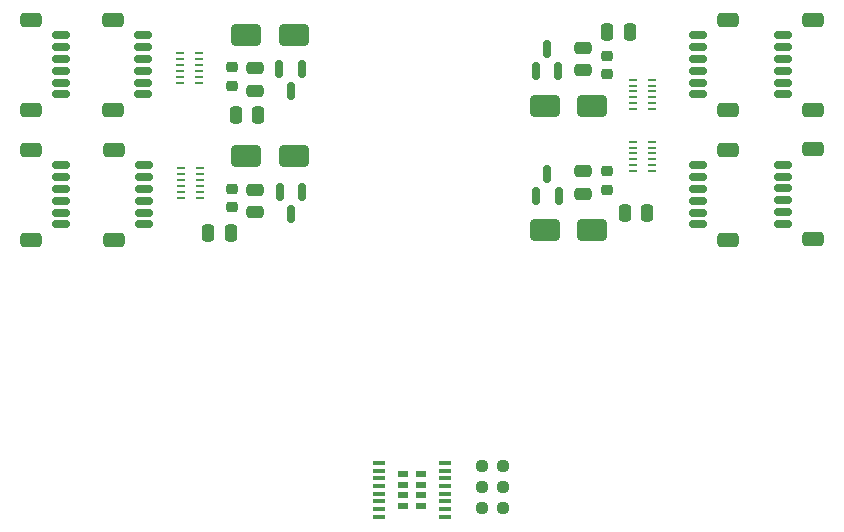
<source format=gbr>
%TF.GenerationSoftware,KiCad,Pcbnew,8.0.1*%
%TF.CreationDate,2024-04-19T02:09:13-07:00*%
%TF.ProjectId,CMOD_A7_Lower,434d4f44-5f41-4375-9f4c-6f7765722e6b,rev?*%
%TF.SameCoordinates,Original*%
%TF.FileFunction,Paste,Top*%
%TF.FilePolarity,Positive*%
%FSLAX46Y46*%
G04 Gerber Fmt 4.6, Leading zero omitted, Abs format (unit mm)*
G04 Created by KiCad (PCBNEW 8.0.1) date 2024-04-19 02:09:13*
%MOMM*%
%LPD*%
G01*
G04 APERTURE LIST*
G04 Aperture macros list*
%AMRoundRect*
0 Rectangle with rounded corners*
0 $1 Rounding radius*
0 $2 $3 $4 $5 $6 $7 $8 $9 X,Y pos of 4 corners*
0 Add a 4 corners polygon primitive as box body*
4,1,4,$2,$3,$4,$5,$6,$7,$8,$9,$2,$3,0*
0 Add four circle primitives for the rounded corners*
1,1,$1+$1,$2,$3*
1,1,$1+$1,$4,$5*
1,1,$1+$1,$6,$7*
1,1,$1+$1,$8,$9*
0 Add four rect primitives between the rounded corners*
20,1,$1+$1,$2,$3,$4,$5,0*
20,1,$1+$1,$4,$5,$6,$7,0*
20,1,$1+$1,$6,$7,$8,$9,0*
20,1,$1+$1,$8,$9,$2,$3,0*%
G04 Aperture macros list end*
%ADD10RoundRect,0.225000X-0.250000X0.225000X-0.250000X-0.225000X0.250000X-0.225000X0.250000X0.225000X0*%
%ADD11RoundRect,0.250000X-0.475000X0.250000X-0.475000X-0.250000X0.475000X-0.250000X0.475000X0.250000X0*%
%ADD12R,0.700000X0.250000*%
%ADD13RoundRect,0.150000X0.625000X-0.150000X0.625000X0.150000X-0.625000X0.150000X-0.625000X-0.150000X0*%
%ADD14RoundRect,0.250000X0.650000X-0.350000X0.650000X0.350000X-0.650000X0.350000X-0.650000X-0.350000X0*%
%ADD15RoundRect,0.250000X1.000000X0.650000X-1.000000X0.650000X-1.000000X-0.650000X1.000000X-0.650000X0*%
%ADD16RoundRect,0.150000X0.150000X-0.587500X0.150000X0.587500X-0.150000X0.587500X-0.150000X-0.587500X0*%
%ADD17RoundRect,0.150000X-0.625000X0.150000X-0.625000X-0.150000X0.625000X-0.150000X0.625000X0.150000X0*%
%ADD18RoundRect,0.250000X-0.650000X0.350000X-0.650000X-0.350000X0.650000X-0.350000X0.650000X0.350000X0*%
%ADD19RoundRect,0.237500X0.250000X0.237500X-0.250000X0.237500X-0.250000X-0.237500X0.250000X-0.237500X0*%
%ADD20RoundRect,0.250000X-0.250000X-0.475000X0.250000X-0.475000X0.250000X0.475000X-0.250000X0.475000X0*%
%ADD21RoundRect,0.250000X0.475000X-0.250000X0.475000X0.250000X-0.475000X0.250000X-0.475000X-0.250000X0*%
%ADD22RoundRect,0.250000X0.250000X0.475000X-0.250000X0.475000X-0.250000X-0.475000X0.250000X-0.475000X0*%
%ADD23R,1.050000X0.450000*%
%ADD24R,0.882000X0.537000*%
%ADD25RoundRect,0.225000X0.250000X-0.225000X0.250000X0.225000X-0.250000X0.225000X-0.250000X-0.225000X0*%
%ADD26RoundRect,0.150000X-0.150000X0.587500X-0.150000X-0.587500X0.150000X-0.587500X0.150000X0.587500X0*%
%ADD27RoundRect,0.250000X-1.000000X-0.650000X1.000000X-0.650000X1.000000X0.650000X-1.000000X0.650000X0*%
G04 APERTURE END LIST*
D10*
%TO.C,R15*%
X101750000Y-91500000D03*
X101750000Y-93050000D03*
%TD*%
D11*
%TO.C,C7*%
X72000000Y-93050000D03*
X72000000Y-94950000D03*
%TD*%
D10*
%TO.C,R12*%
X70000000Y-82700000D03*
X70000000Y-84250000D03*
%TD*%
D12*
%TO.C,U2*%
X105600000Y-86250000D03*
X105600000Y-85750000D03*
X105600000Y-85250000D03*
X105600000Y-84750000D03*
X105600000Y-84250000D03*
X105600000Y-83750000D03*
X104000000Y-83750000D03*
X104000000Y-84250000D03*
X104000000Y-84750000D03*
X104000000Y-85250000D03*
X104000000Y-85750000D03*
X104000000Y-86250000D03*
%TD*%
D13*
%TO.C,J1*%
X55525000Y-85000000D03*
X55525000Y-84000000D03*
X55525000Y-83000000D03*
X55525000Y-82000000D03*
X55525000Y-81000000D03*
X55525000Y-80000000D03*
D14*
X53000000Y-86300000D03*
X53000000Y-78700000D03*
%TD*%
D13*
%TO.C,J3*%
X62525000Y-85000000D03*
X62525000Y-84000000D03*
X62525000Y-83000000D03*
X62525000Y-82000000D03*
X62525000Y-81000000D03*
X62525000Y-80000000D03*
D14*
X60000000Y-86300000D03*
X60000000Y-78700000D03*
%TD*%
D15*
%TO.C,D2*%
X100500000Y-86000000D03*
X96500000Y-86000000D03*
%TD*%
D10*
%TO.C,R14*%
X70000000Y-92975000D03*
X70000000Y-94525000D03*
%TD*%
D16*
%TO.C,Q2*%
X95750000Y-83000000D03*
X97650000Y-83000000D03*
X96700000Y-81125000D03*
%TD*%
D17*
%TO.C,J4*%
X116725000Y-80000000D03*
X116725000Y-81000000D03*
X116725000Y-82000000D03*
X116725000Y-83000000D03*
X116725000Y-84000000D03*
X116725000Y-85000000D03*
D18*
X119250000Y-78700000D03*
X119250000Y-86300000D03*
%TD*%
D12*
%TO.C,U3*%
X65750000Y-91250000D03*
X65750000Y-91750000D03*
X65750000Y-92250000D03*
X65750000Y-92750000D03*
X65750000Y-93250000D03*
X65750000Y-93750000D03*
X67350000Y-93750000D03*
X67350000Y-93250000D03*
X67350000Y-92750000D03*
X67350000Y-92250000D03*
X67350000Y-91750000D03*
X67350000Y-91250000D03*
%TD*%
D19*
%TO.C,R9*%
X93000000Y-116500000D03*
X91175000Y-116500000D03*
%TD*%
D20*
%TO.C,C3*%
X101800000Y-79750000D03*
X103700000Y-79750000D03*
%TD*%
D16*
%TO.C,Q4*%
X95800000Y-93625000D03*
X97700000Y-93625000D03*
X96750000Y-91750000D03*
%TD*%
D12*
%TO.C,U4*%
X105600000Y-91500000D03*
X105600000Y-91000000D03*
X105600000Y-90500000D03*
X105600000Y-90000000D03*
X105600000Y-89500000D03*
X105600000Y-89000000D03*
X104000000Y-89000000D03*
X104000000Y-89500000D03*
X104000000Y-90000000D03*
X104000000Y-90500000D03*
X104000000Y-91000000D03*
X104000000Y-91500000D03*
%TD*%
D21*
%TO.C,C4*%
X99750000Y-82950000D03*
X99750000Y-81050000D03*
%TD*%
D12*
%TO.C,U1*%
X65650000Y-81500000D03*
X65650000Y-82000000D03*
X65650000Y-82500000D03*
X65650000Y-83000000D03*
X65650000Y-83500000D03*
X65650000Y-84000000D03*
X67250000Y-84000000D03*
X67250000Y-83500000D03*
X67250000Y-83000000D03*
X67250000Y-82500000D03*
X67250000Y-82000000D03*
X67250000Y-81500000D03*
%TD*%
D13*
%TO.C,J7*%
X62575000Y-96000000D03*
X62575000Y-95000000D03*
X62575000Y-94000000D03*
X62575000Y-93000000D03*
X62575000Y-92000000D03*
X62575000Y-91000000D03*
D14*
X60050000Y-97300000D03*
X60050000Y-89700000D03*
%TD*%
D15*
%TO.C,D4*%
X100500000Y-96500000D03*
X96500000Y-96500000D03*
%TD*%
D22*
%TO.C,C5*%
X69950000Y-96750000D03*
X68050000Y-96750000D03*
%TD*%
D19*
%TO.C,R10*%
X93000000Y-118250000D03*
X91175000Y-118250000D03*
%TD*%
D20*
%TO.C,C6*%
X103300000Y-95000000D03*
X105200000Y-95000000D03*
%TD*%
D23*
%TO.C,U6*%
X82500000Y-116200000D03*
X82500000Y-116850000D03*
X82500000Y-117500000D03*
X82500000Y-118150000D03*
X82500000Y-118800000D03*
X82500000Y-119450000D03*
X82500000Y-120100000D03*
X82500000Y-120750000D03*
X88050000Y-120750000D03*
X88050000Y-120100000D03*
X88050000Y-119450000D03*
X88050000Y-118800000D03*
X88050000Y-118150000D03*
X88050000Y-117500000D03*
X88050000Y-116850000D03*
X88050000Y-116200000D03*
D24*
X84540000Y-117132500D03*
X84540000Y-118027500D03*
X84540000Y-118922500D03*
X84540000Y-119817500D03*
X86010000Y-117132500D03*
X86010000Y-118027500D03*
X86010000Y-118922500D03*
X86010000Y-119817500D03*
%TD*%
D17*
%TO.C,J8*%
X116725000Y-90950000D03*
X116725000Y-91950000D03*
X116725000Y-92950000D03*
X116725000Y-93950000D03*
X116725000Y-94950000D03*
X116725000Y-95950000D03*
D18*
X119250000Y-89650000D03*
X119250000Y-97250000D03*
%TD*%
D25*
%TO.C,R13*%
X101750000Y-83300000D03*
X101750000Y-81750000D03*
%TD*%
D26*
%TO.C,Q1*%
X75950000Y-82875000D03*
X74050000Y-82875000D03*
X75000000Y-84750000D03*
%TD*%
D27*
%TO.C,D3*%
X71250000Y-90250000D03*
X75250000Y-90250000D03*
%TD*%
D17*
%TO.C,J2*%
X109475000Y-80000000D03*
X109475000Y-81000000D03*
X109475000Y-82000000D03*
X109475000Y-83000000D03*
X109475000Y-84000000D03*
X109475000Y-85000000D03*
D18*
X112000000Y-78700000D03*
X112000000Y-86300000D03*
%TD*%
D17*
%TO.C,J6*%
X109475000Y-91000000D03*
X109475000Y-92000000D03*
X109475000Y-93000000D03*
X109475000Y-94000000D03*
X109475000Y-95000000D03*
X109475000Y-96000000D03*
D18*
X112000000Y-89700000D03*
X112000000Y-97300000D03*
%TD*%
D13*
%TO.C,J5*%
X55575000Y-96000000D03*
X55575000Y-95000000D03*
X55575000Y-94000000D03*
X55575000Y-93000000D03*
X55575000Y-92000000D03*
X55575000Y-91000000D03*
D14*
X53050000Y-97300000D03*
X53050000Y-89700000D03*
%TD*%
D27*
%TO.C,D1*%
X71250000Y-80000000D03*
X75250000Y-80000000D03*
%TD*%
D20*
%TO.C,C1*%
X70350000Y-86750000D03*
X72250000Y-86750000D03*
%TD*%
D11*
%TO.C,C2*%
X72000000Y-82800000D03*
X72000000Y-84700000D03*
%TD*%
D26*
%TO.C,Q3*%
X76000000Y-93250000D03*
X74100000Y-93250000D03*
X75050000Y-95125000D03*
%TD*%
D19*
%TO.C,R11*%
X93000000Y-120000000D03*
X91175000Y-120000000D03*
%TD*%
D11*
%TO.C,C8*%
X99750000Y-91500000D03*
X99750000Y-93400000D03*
%TD*%
M02*

</source>
